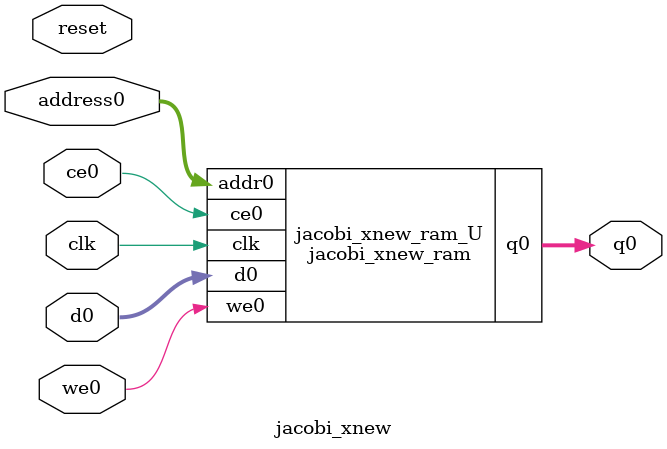
<source format=v>

`timescale 1 ns / 1 ps
module jacobi_xnew_ram (addr0, ce0, d0, we0, q0,  clk);

parameter DWIDTH = 32;
parameter AWIDTH = 7;
parameter MEM_SIZE = 70;

input[AWIDTH-1:0] addr0;
input ce0;
input[DWIDTH-1:0] d0;
input we0;
output reg[DWIDTH-1:0] q0;
input clk;

(* ram_style = "block" *)reg [DWIDTH-1:0] ram[0:MEM_SIZE-1];




always @(posedge clk)  
begin 
    if (ce0) 
    begin
        if (we0) 
        begin 
            ram[addr0] <= d0; 
            q0 <= d0;
        end 
        else 
            q0 <= ram[addr0];
    end
end


endmodule


`timescale 1 ns / 1 ps
module jacobi_xnew(
    reset,
    clk,
    address0,
    ce0,
    we0,
    d0,
    q0);

parameter DataWidth = 32'd32;
parameter AddressRange = 32'd70;
parameter AddressWidth = 32'd7;
input reset;
input clk;
input[AddressWidth - 1:0] address0;
input ce0;
input we0;
input[DataWidth - 1:0] d0;
output[DataWidth - 1:0] q0;



jacobi_xnew_ram jacobi_xnew_ram_U(
    .clk( clk ),
    .addr0( address0 ),
    .ce0( ce0 ),
    .d0( d0 ),
    .we0( we0 ),
    .q0( q0 ));

endmodule


</source>
